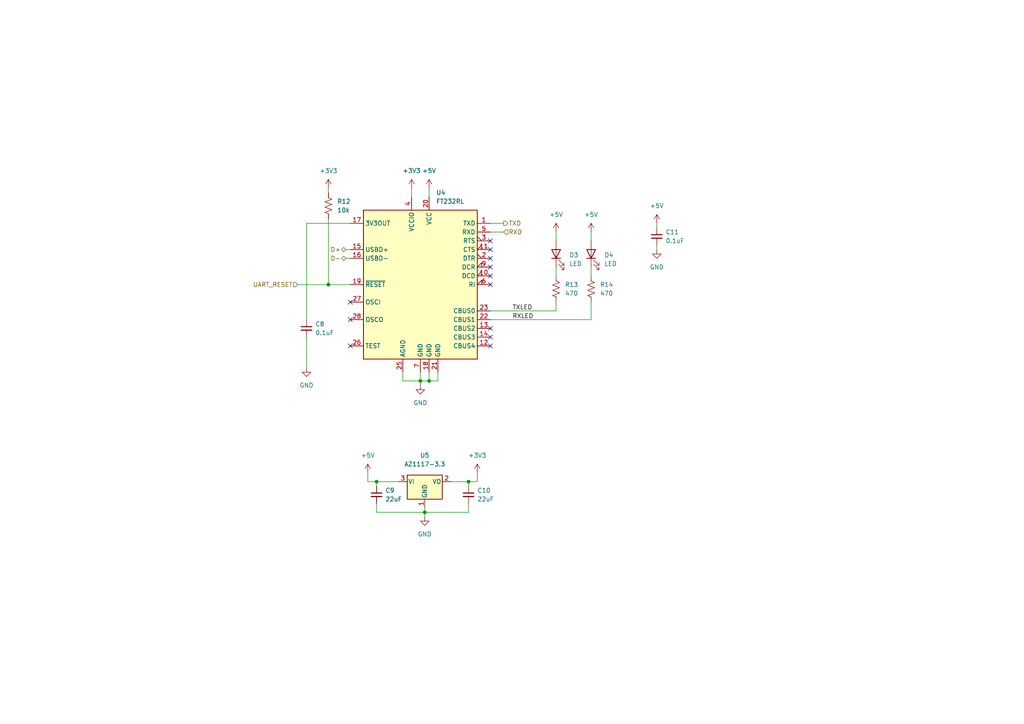
<source format=kicad_sch>
(kicad_sch (version 20211123) (generator eeschema)
  (paper "A4")
  (lib_symbols
    (symbol "Device:C_Small" (pin_numbers hide) (pin_names (offset 0.254) hide)
      (property "Reference" "C" (at 0.254 1.778 0))
      (property "Value" "C_Small" (at 0.254 -2.032 0))
      (symbol "C_Small_0_1"
        (polyline (pts (xy -1.524 -0.508) (xy 1.524 -0.508)) (stroke (width 0.3302)))
        (polyline (pts (xy -1.524 0.508) (xy 1.524 0.508)) (stroke (width 0.3048)))
      )
      (symbol "C_Small_1_1"
        (pin passive line (at 0 2.54 270) (length 2.032) (name "~") (number "1"))
        (pin passive line (at 0 -2.54 90) (length 2.032) (name "~") (number "2"))
      )
    )
    (symbol "Device:LED" (pin_numbers hide) (pin_names (offset 1.016) hide)
      (property "Reference" "D" (at 0 2.54 0))
      (property "Value" "LED" (at 0 -2.54 0))
      (symbol "LED_0_1"
        (polyline (pts (xy -1.27 -1.27) (xy -1.27 1.27)) (stroke (width 0.254)))
        (polyline (pts (xy -1.27 0) (xy 1.27 0)))
        (polyline (pts (xy 1.27 -1.27) (xy 1.27 1.27) (xy -1.27 0) (xy 1.27 -1.27)) (stroke (width 0.254)))
        (polyline (pts (xy -3.048 -0.762) (xy -4.572 -2.286) (xy -3.81 -2.286) (xy -4.572 -2.286) (xy -4.572 -1.524)))
        (polyline (pts (xy -1.778 -0.762) (xy -3.302 -2.286) (xy -2.54 -2.286) (xy -3.302 -2.286) (xy -3.302 -1.524)))
      )
      (symbol "LED_1_1"
        (pin passive line (at -3.81 0 0) (length 2.54) (name "K") (number "1"))
        (pin passive line (at 3.81 0 180) (length 2.54) (name "A") (number "2"))
      )
    )
    (symbol "Device:R_US" (pin_numbers hide) (pin_names (offset 0))
      (property "Reference" "R" (at 2.54 0 90))
      (property "Value" "R_US" (at -2.54 0 90))
      (symbol "R_US_0_1"
        (polyline (pts (xy 0 -2.286) (xy 0 -2.54)))
        (polyline (pts (xy 0 2.286) (xy 0 2.54)))
        (polyline (pts (xy 0 -0.762) (xy 1.016 -1.143) (xy 0 -1.524) (xy -1.016 -1.905) (xy 0 -2.286)))
        (polyline (pts (xy 0 0.762) (xy 1.016 0.381) (xy 0 0) (xy -1.016 -0.381) (xy 0 -0.762)))
        (polyline (pts (xy 0 2.286) (xy 1.016 1.905) (xy 0 1.524) (xy -1.016 1.143) (xy 0 0.762)))
      )
      (symbol "R_US_1_1"
        (pin passive line (at 0 3.81 270) (length 1.27) (name "~") (number "1"))
        (pin passive line (at 0 -3.81 90) (length 1.27) (name "~") (number "2"))
      )
    )
    (symbol "Interface_USB:FT232RL"
      (property "Reference" "U" (at -16.51 22.86 0))
      (property "Value" "FT232RL" (at 10.16 22.86 0))
      (symbol "FT232RL_0_1"
        (rectangle (start -16.51 21.59) (end 16.51 -21.59) (stroke (width 0.254)) (fill (type background)))
      )
      (symbol "FT232RL_1_1"
        (pin output line (at 20.32 17.78 180) (length 3.81) (name "TXD") (number "1"))
        (pin input input_low (at 20.32 2.54 180) (length 3.81) (name "DCD") (number "10"))
        (pin input input_low (at 20.32 10.16 180) (length 3.81) (name "CTS") (number "11"))
        (pin bidirectional line (at 20.32 -17.78 180) (length 3.81) (name "CBUS4") (number "12"))
        (pin bidirectional line (at 20.32 -12.7 180) (length 3.81) (name "CBUS2") (number "13"))
        (pin bidirectional line (at 20.32 -15.24 180) (length 3.81) (name "CBUS3") (number "14"))
        (pin bidirectional line (at -20.32 10.16 0) (length 3.81) (name "USBD+") (number "15"))
        (pin bidirectional line (at -20.32 7.62 0) (length 3.81) (name "USBD-") (number "16"))
        (pin power_out line (at -20.32 17.78 0) (length 3.81) (name "3V3OUT") (number "17"))
        (pin power_in line (at 2.54 -25.4 90) (length 3.81) (name "GND") (number "18"))
        (pin input line (at -20.32 0 0) (length 3.81) (name "~{RESET}") (number "19"))
        (pin output output_low (at 20.32 7.62 180) (length 3.81) (name "DTR") (number "2"))
        (pin power_in line (at 2.54 25.4 270) (length 3.81) (name "VCC") (number "20"))
        (pin power_in line (at 5.08 -25.4 90) (length 3.81) (name "GND") (number "21"))
        (pin bidirectional line (at 20.32 -10.16 180) (length 3.81) (name "CBUS1") (number "22"))
        (pin bidirectional line (at 20.32 -7.62 180) (length 3.81) (name "CBUS0") (number "23"))
        (pin power_in line (at -5.08 -25.4 90) (length 3.81) (name "AGND") (number "25"))
        (pin input line (at -20.32 -17.78 0) (length 3.81) (name "TEST") (number "26"))
        (pin input line (at -20.32 -5.08 0) (length 3.81) (name "OSCI") (number "27"))
        (pin output line (at -20.32 -10.16 0) (length 3.81) (name "OSCO") (number "28"))
        (pin output output_low (at 20.32 12.7 180) (length 3.81) (name "RTS") (number "3"))
        (pin power_in line (at -2.54 25.4 270) (length 3.81) (name "VCCIO") (number "4"))
        (pin input line (at 20.32 15.24 180) (length 3.81) (name "RXD") (number "5"))
        (pin input input_low (at 20.32 0 180) (length 3.81) (name "RI") (number "6"))
        (pin power_in line (at 0 -25.4 90) (length 3.81) (name "GND") (number "7"))
        (pin input input_low (at 20.32 5.08 180) (length 3.81) (name "DCR") (number "9"))
      )
    )
    (symbol "Regulator_Linear:AZ1117-3.3" (pin_names (offset 0.254))
      (property "Reference" "U" (at -3.81 3.175 0))
      (property "Value" "AZ1117-3.3" (at 0 3.175 0))
      (symbol "AZ1117-3.3_0_1"
        (rectangle (start -5.08 1.905) (end 5.08 -5.08) (stroke (width 0.254)) (fill (type background)))
      )
      (symbol "AZ1117-3.3_1_1"
        (pin power_in line (at 0 -7.62 90) (length 2.54) (name "GND") (number "1"))
        (pin power_out line (at 7.62 0 180) (length 2.54) (name "VO") (number "2"))
        (pin power_in line (at -7.62 0 0) (length 2.54) (name "VI") (number "3"))
      )
    )
    (symbol "power:+3V3" (power) (pin_names (offset 0))
      (property "Value" "+3V3" (at 0 3.556 0))
      (symbol "+3V3_0_1"
        (polyline (pts (xy -0.762 1.27) (xy 0 2.54)))
        (polyline (pts (xy 0 0) (xy 0 2.54)))
        (polyline (pts (xy 0 2.54) (xy 0.762 1.27)))
      )
      (symbol "+3V3_1_1"
        (pin power_in line (at 0 0 90) (length 0) hide (name "+3V3") (number "1"))
      )
    )
    (symbol "power:+5V" (power) (pin_names (offset 0))
      (property "Value" "+5V" (at 0 3.556 0))
      (symbol "+5V_0_1"
        (polyline (pts (xy -0.762 1.27) (xy 0 2.54)))
        (polyline (pts (xy 0 0) (xy 0 2.54)))
        (polyline (pts (xy 0 2.54) (xy 0.762 1.27)))
      )
      (symbol "+5V_1_1"
        (pin power_in line (at 0 0 90) (length 0) hide (name "+5V") (number "1"))
      )
    )
    (symbol "power:GND" (power) (pin_names (offset 0))
      (property "Value" "GND" (at 0 -3.81 0))
      (symbol "GND_0_1"
        (polyline (pts (xy 0 0) (xy 0 -1.27) (xy 1.27 -1.27) (xy 0 -2.54) (xy -1.27 -1.27) (xy 0 -1.27)))
      )
      (symbol "GND_1_1"
        (pin power_in line (at 0 0 270) (length 0) hide (name "GND") (number "1"))
      )
    )
  )
  (junction (at 95.25 82.55))
  (junction (at 124.46 110.49))
  (junction (at 121.92 110.49))
  (junction (at 109.22 139.7))
  (junction (at 135.89 139.7))
  (junction (at 123.19 148.59))
  (no_connect (at 142.24 97.79))
  (no_connect (at 142.24 72.39))
  (no_connect (at 142.24 100.33))
  (no_connect (at 142.24 77.47))
  (no_connect (at 142.24 80.01))
  (no_connect (at 142.24 82.55))
  (no_connect (at 142.24 69.85))
  (no_connect (at 142.24 95.25))
  (no_connect (at 101.6 100.33))
  (no_connect (at 101.6 92.71))
  (no_connect (at 142.24 74.93))
  (no_connect (at 101.6 87.63))
  (wire (pts (xy 190.5 64.77) (xy 190.5 66.04)))
  (wire (pts (xy 190.5 71.12) (xy 190.5 72.39)))
  (wire (pts (xy 119.38 54.61) (xy 119.38 57.15)))
  (wire (pts (xy 124.46 110.49) (xy 127 110.49)))
  (wire (pts (xy 142.24 92.71) (xy 171.45 92.71)))
  (wire (pts (xy 121.92 111.76) (xy 121.92 110.49)))
  (wire (pts (xy 109.22 146.05) (xy 109.22 148.59)))
  (wire (pts (xy 135.89 139.7) (xy 135.89 140.97)))
  (wire (pts (xy 86.36 82.55) (xy 95.25 82.55)))
  (wire (pts (xy 124.46 54.61) (xy 124.46 57.15)))
  (wire (pts (xy 106.68 139.7) (xy 109.22 139.7)))
  (wire (pts (xy 88.9 64.77) (xy 101.6 64.77)))
  (wire (pts (xy 123.19 147.32) (xy 123.19 148.59)))
  (wire (pts (xy 95.25 82.55) (xy 101.6 82.55)))
  (wire (pts (xy 95.25 54.61) (xy 95.25 55.88)))
  (wire (pts (xy 116.84 110.49) (xy 116.84 107.95)))
  (wire (pts (xy 106.68 137.16) (xy 106.68 139.7)))
  (wire (pts (xy 123.19 148.59) (xy 123.19 149.86)))
  (wire (pts (xy 88.9 97.79) (xy 88.9 106.68)))
  (wire (pts (xy 130.81 139.7) (xy 135.89 139.7)))
  (wire (pts (xy 135.89 146.05) (xy 135.89 148.59)))
  (wire (pts (xy 161.29 77.47) (xy 161.29 80.01)))
  (wire (pts (xy 109.22 148.59) (xy 123.19 148.59)))
  (wire (pts (xy 121.92 110.49) (xy 124.46 110.49)))
  (wire (pts (xy 142.24 90.17) (xy 161.29 90.17)))
  (wire (pts (xy 109.22 139.7) (xy 115.57 139.7)))
  (wire (pts (xy 100.33 74.93) (xy 101.6 74.93)))
  (wire (pts (xy 121.92 107.95) (xy 121.92 110.49)))
  (wire (pts (xy 171.45 77.47) (xy 171.45 80.01)))
  (wire (pts (xy 171.45 92.71) (xy 171.45 87.63)))
  (wire (pts (xy 88.9 92.71) (xy 88.9 64.77)))
  (wire (pts (xy 142.24 67.31) (xy 146.05 67.31)))
  (wire (pts (xy 142.24 64.77) (xy 146.05 64.77)))
  (wire (pts (xy 138.43 139.7) (xy 135.89 139.7)))
  (wire (pts (xy 161.29 67.31) (xy 161.29 69.85)))
  (wire (pts (xy 109.22 139.7) (xy 109.22 140.97)))
  (wire (pts (xy 135.89 148.59) (xy 123.19 148.59)))
  (wire (pts (xy 161.29 90.17) (xy 161.29 87.63)))
  (wire (pts (xy 138.43 137.16) (xy 138.43 139.7)))
  (wire (pts (xy 124.46 107.95) (xy 124.46 110.49)))
  (wire (pts (xy 100.33 72.39) (xy 101.6 72.39)))
  (wire (pts (xy 127 110.49) (xy 127 107.95)))
  (wire (pts (xy 121.92 110.49) (xy 116.84 110.49)))
  (wire (pts (xy 95.25 63.5) (xy 95.25 82.55)))
  (wire (pts (xy 171.45 67.31) (xy 171.45 69.85)))
  (label "TXLED" (at 148.59 90.17 0))
  (label "RXLED" (at 148.59 92.71 0))
  (hierarchical_label "TXD" (shape output) (at 146.05 64.77 0))
  (hierarchical_label "UART_RESET" (shape input) (at 86.36 82.55 180))
  (hierarchical_label "D+" (shape bidirectional) (at 100.33 72.39 180))
  (hierarchical_label "RXD" (shape input) (at 146.05 67.31 0))
  (hierarchical_label "D-" (shape bidirectional) (at 100.33 74.93 180))
  (symbol (lib_id "power:GND") (at 123.19 149.86 0) (unit 1)
    (property "Reference" "#PWR039" (effects hide))
    (property "Value" "GND" (at 123.19 154.94 0))
  )
  (symbol (lib_id "power:+3V3") (at 119.38 54.61 0) (unit 1)
    (property "Reference" "#PWR037" (effects hide))
    (property "Value" "+3V3" (at 119.38 49.53 0))
  )
  (symbol (lib_id "power:GND") (at 190.5 72.39 0) (unit 1)
    (property "Reference" "#PWR045" (effects hide))
    (property "Value" "GND" (at 190.5 77.47 0))
  )
  (symbol (lib_id "Device:R_US") (at 95.25 59.69 0) (unit 1)
    (property "Reference" "R12" (at 97.79 58.4199 0) (effects (justify left)))
    (property "Value" "10k" (at 97.79 60.9599 0) (effects (justify left)))
    (property "Footprint" "Resistor_SMD:R_0402_1005Metric" (effects hide))
    (property "LCSC Part Number" "C60490" (effects hide))
  )
  (symbol (lib_id "Regulator_Linear:AZ1117-3.3") (at 123.19 139.7 0) (unit 1)
    (property "Reference" "U5" (at 123.19 132.08 0))
    (property "Value" "AZ1117-3.3" (at 123.19 134.62 0))
    (property "Footprint" "Package_TO_SOT_SMD:SOT-223" (effects hide))
    (property "Datasheet" "https://www.diodes.com/assets/Datasheets/AZ1117.pdf" (effects hide))
    (property "LCSC Part Number" "C92517" (effects hide))
  )
  (symbol (lib_id "power:+3V3") (at 138.43 137.16 0) (unit 1)
    (property "Reference" "#PWR041" (effects hide))
    (property "Value" "+3V3" (at 138.43 132.08 0))
  )
  (symbol (lib_id "Device:C_Small") (at 88.9 95.25 0) (unit 1)
    (property "Reference" "C8" (at 91.44 93.9862 0) (effects (justify left)))
    (property "Value" "0.1uF" (at 91.44 96.5262 0) (effects (justify left)))
    (property "Footprint" "Capacitor_SMD:C_0402_1005Metric" (effects hide))
    (property "LCSC Part Number" "C131394" (effects hide))
  )
  (symbol (lib_id "Device:R_US") (at 171.45 83.82 0) (unit 1)
    (property "Reference" "R14" (at 173.99 82.5499 0) (effects (justify left)))
    (property "Value" "470" (at 173.99 85.0899 0) (effects (justify left)))
    (property "Footprint" "Resistor_SMD:R_0603_1608Metric" (effects hide))
    (property "LCSC Part Number" "C23179" (effects hide))
  )
  (symbol (lib_id "Device:C_Small") (at 135.89 143.51 0) (unit 1)
    (property "Reference" "C10" (at 138.43 142.2462 0) (effects (justify left)))
    (property "Value" "22uF" (at 138.43 144.7862 0) (effects (justify left)))
    (property "Footprint" "Capacitor_SMD:C_1210_3225Metric" (effects hide))
    (property "LCSC Part Number" "C309062" (effects hide))
  )
  (symbol (lib_id "power:+5V") (at 106.68 137.16 0) (unit 1)
    (property "Reference" "#PWR036" (effects hide))
    (property "Value" "+5V" (at 106.68 132.08 0))
  )
  (symbol (lib_id "power:GND") (at 88.9 106.68 0) (unit 1)
    (property "Reference" "#PWR034" (effects hide))
    (property "Value" "GND" (at 88.9 111.76 0))
  )
  (symbol (lib_id "power:+5V") (at 124.46 54.61 0) (unit 1)
    (property "Reference" "#PWR040" (effects hide))
    (property "Value" "+5V" (at 124.46 49.53 0))
  )
  (symbol (lib_id "power:+5V") (at 171.45 67.31 0) (unit 1)
    (property "Reference" "#PWR043" (effects hide))
    (property "Value" "+5V" (at 171.45 62.23 0))
  )
  (symbol (lib_id "Interface_USB:FT232RL") (at 121.92 82.55 0) (unit 1)
    (property "Reference" "U4" (at 126.4794 55.88 0) (effects (justify left)))
    (property "Value" "FT232RL" (at 126.4794 58.42 0) (effects (justify left)))
    (property "Footprint" "Package_SO:SSOP-28_5.3x10.2mm_P0.65mm" (effects hide))
    (property "Datasheet" "https://www.ftdichip.com/Support/Documents/DataSheets/ICs/DS_FT232R.pdf" (effects hide))
    (property "LCSC Part Number" "C8690" (effects hide))
  )
  (symbol (lib_id "Device:LED") (at 171.45 73.66 90) (unit 1)
    (property "Reference" "D4" (at 175.26 73.9774 90) (effects (justify right)))
    (property "Value" "LED" (at 175.26 76.5174 90) (effects (justify right)))
    (property "Footprint" "LED_SMD:LED_0603_1608Metric" (effects hide))
    (property "LCSC Part Number" "C965807" (effects hide))
  )
  (symbol (lib_id "power:+5V") (at 190.5 64.77 0) (unit 1)
    (property "Reference" "#PWR044" (effects hide))
    (property "Value" "+5V" (at 190.5 59.69 0))
  )
  (symbol (lib_id "Device:LED") (at 161.29 73.66 90) (unit 1)
    (property "Reference" "D3" (at 165.1 73.9774 90) (effects (justify right)))
    (property "Value" "LED" (at 165.1 76.5174 90) (effects (justify right)))
    (property "Footprint" "LED_SMD:LED_0603_1608Metric" (effects hide))
    (property "LCSC Part Number" "C84263" (effects hide))
  )
  (symbol (lib_id "Device:C_Small") (at 190.5 68.58 0) (unit 1)
    (property "Reference" "C11" (at 193.04 67.3162 0) (effects (justify left)))
    (property "Value" "0.1uF" (at 193.04 69.8562 0) (effects (justify left)))
    (property "Footprint" "Capacitor_SMD:C_0402_1005Metric" (effects hide))
    (property "LCSC Part Number" "C131394" (effects hide))
  )
  (symbol (lib_id "power:+5V") (at 161.29 67.31 0) (unit 1)
    (property "Reference" "#PWR042" (effects hide))
    (property "Value" "+5V" (at 161.29 62.23 0))
  )
  (symbol (lib_id "power:GND") (at 121.92 111.76 0) (unit 1)
    (property "Reference" "#PWR038" (effects hide))
    (property "Value" "GND" (at 121.92 116.84 0))
  )
  (symbol (lib_id "Device:R_US") (at 161.29 83.82 0) (unit 1)
    (property "Reference" "R13" (at 163.83 82.5499 0) (effects (justify left)))
    (property "Value" "470" (at 163.83 85.0899 0) (effects (justify left)))
    (property "Footprint" "Resistor_SMD:R_0603_1608Metric" (effects hide))
    (property "LCSC Part Number" "C23179" (effects hide))
  )
  (symbol (lib_id "power:+3V3") (at 95.25 54.61 0) (unit 1)
    (property "Reference" "#PWR035" (effects hide))
    (property "Value" "+3V3" (at 95.25 49.53 0))
  )
  (symbol (lib_id "Device:C_Small") (at 109.22 143.51 0) (unit 1)
    (property "Reference" "C9" (at 111.76 142.2462 0) (effects (justify left)))
    (property "Value" "22uF" (at 111.76 144.7862 0) (effects (justify left)))
    (property "Footprint" "Capacitor_SMD:C_1210_3225Metric" (effects hide))
    (property "LCSC Part Number" "C309062" (effects hide))
  )
)
</source>
